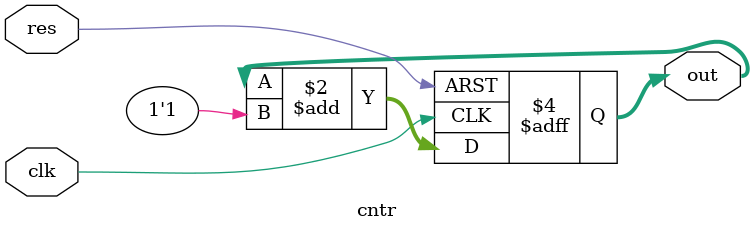
<source format=v>


module blinking (

    input CLOCK_50,
    output reg [6:0] catodes,
	output reg[3:0] digits,
    output reg secondsPoint,
	output reg [9:0] seconds
);
	 reg [15:0] counter;
	 reg [8:0] secCounter;
	 reg clock500;
	 
	 
	 reg [6:0] symb0;//Symbols memory
	 reg [6:0] symb1;
	 reg [6:0] symb2;
	 reg [6:0] symb3;
	 
	 reg[3:0] sec60ones;
	 reg[3:0] sec60decs;
	 reg[3:0] min60ones;
	 reg[3:0] min60decs;
	 initial begin
			digits=4'b1110;
			catodes=7'b1111111;
			symb0=7'b1111111;
			symb1=7'b1111111;
			symb2=7'b1111111;
			symb3=7'b1111111;
			secondsPoint=1'b0;
			seconds=10'b1111111111;
		 end
	
    always @ (posedge CLOCK_50) begin//clock prescalrer
        counter <= counter + 1'b1;
		  if (counter==49999)begin
				counter<=0;
				clock500<=~clock500;
		  end
    end
	 
	always @ (posedge clock500) begin//dinamic indication
			case(digits)  
			4'b1110: begin	digits=4'b1101; catodes<=symb2; 	end//2
			4'b1101: begin digits=4'b1011; catodes<=symb1;  end//1     
			4'b1011: begin digits=4'b0111; catodes<=symb0;  end//0    
			4'b0111: begin digits=4'b1110; catodes<=symb3; 	end//3
			default: begin digits=4'b1110; catodes<=7'b1111111;  	end
			endcase
			
			secCounter<=secCounter+ 1'b1;//to 1/2 seconds prescaler
			if(secCounter==249)begin//250
			secCounter<=0;
			secondsPoint<=~secondsPoint;
			end
	 end
	 
	always @ (negedge secondsPoint) begin//seconds counter
			seconds<=seconds+1'b1;
			sec60ones<=sec60ones+1'b1;
			if(sec60ones==9)begin
				sec60ones<=4'b0000;
				sec60decs<=sec60decs+1'b1;
			end
			
			if(sec60decs==5 && sec60ones==9)begin
				sec60decs<=4'b0000;
				min60ones<=min60ones+1'b1;
			end
			if(min60ones==9 && sec60decs==5 && sec60ones==9)begin
				min60ones<=4'b0000;
				min60decs<=min60decs+1'b1;
			end
			if(min60decs==5 && min60ones==9 && sec60decs==5 && sec60ones==9)begin
				min60decs<=4'b0000;
			end
			case(sec60ones)  
			4'b0000: symb3<=7'b0001000;//0	
			4'b0001: symb3<=7'b1101110;//1   
			4'b0010: symb3<=7'b0010010;//2     
			4'b0011: symb3<=7'b1000010;//3 
			4'b0100: symb3<=7'b1100100;//4
			4'b0101: symb3<=7'b1000001;//5 
			4'b0110: symb3<=7'b0000001;//6 
			4'b0111: symb3<=7'b1101010;//7 
			4'b1000: symb3<=7'b0000000;//8
			4'b1001: symb3<=7'b1000000;//9 
			default: symb3<=7'b1111111;  	
			endcase
			case(sec60decs)  
			4'b0000: symb2<=7'b0001000;//0	
			4'b0001: symb2<=7'b1101110;//1   
			4'b0010: symb2<=7'b0010010;//2     
			4'b0011: symb2<=7'b1000010;//3 
			4'b0100: symb2<=7'b1100100;//4
			4'b0101: symb2<=7'b1000001;//5 
			4'b0110: symb2<=7'b0000001;//6 
			4'b0111: symb2<=7'b1101010;//7 
			4'b1000: symb2<=7'b0000000;//8
			4'b1001: symb2<=7'b1000000;//9 
			default: symb2<=7'b1111111;  	
			endcase
			case(min60ones)  
			4'b0000: symb1<=7'b0001000;//0	
			4'b0001: symb1<=7'b1101110;//1   
			4'b0010: symb1<=7'b0010010;//2     
			4'b0011: symb1<=7'b1000010;//3 
			4'b0100: symb1<=7'b1100100;//4
			4'b0101: symb1<=7'b1000001;//5 
			4'b0110: symb1<=7'b0000001;//6 
			4'b0111: symb1<=7'b1101010;//7 
			4'b1000: symb1<=7'b0000000;//8
			4'b1001: symb1<=7'b1000000;//9 
			default: symb1<=7'b1111111;  	
			endcase
			case(min60decs)  
			4'b0000: symb0<=7'b0001000;//0	
			4'b0001: symb0<=7'b1101110;//1   
			4'b0010: symb0<=7'b0010010;//2     
			4'b0011: symb0<=7'b1000010;//3 
			4'b0100: symb0<=7'b1100100;//4
			4'b0101: symb0<=7'b1000001;//5 
			4'b0110: symb0<=7'b0000001;//6 
			4'b0111: symb0<=7'b1101010;//7 
			4'b1000: symb0<=7'b0000000;//8
			4'b1001: symb0<=7'b1000000;//9 
			default: symb0<=7'b1111111;  	
			endcase
			
	 end

endmodule


module segDecoder(sin, sout);
input wire [3:0] sin;
output wire [6:0] sout;
reg [6:0] symb0;

  always @ (sin)
  begin
   case(min60decs)  
		4'b0000: symb0<=7'b0001000;//0	
		4'b0001: symb0<=7'b1101110;//1   
		4'b0010: symb0<=7'b0010010;//2     
		4'b0011: symb0<=7'b1000010;//3 
		4'b0100: symb0<=7'b1100100;//4
		4'b0101: symb0<=7'b1000001;//5 
		4'b0110: symb0<=7'b0000001;//6 
		4'b0111: symb0<=7'b1101010;//7 
		4'b1000: symb0<=7'b0000000;//8
		4'b1001: symb0<=7'b1000000;//9 
		default: symb0<=7'b1111111;  	
		endcase
  end 

  assign sout = symb0;

endmodule

module cntr #(parameter width=4) (clk, res, out);

input wire clk, res;
output reg [width-1:0] out; initial out <= {width{1'b0}};

always @(posedge clk or posedge res) begin
  if (res) begin
    out <= 0;
  end else begin 
    out <= out + 1'b1;
  end
end

endmodule

</source>
